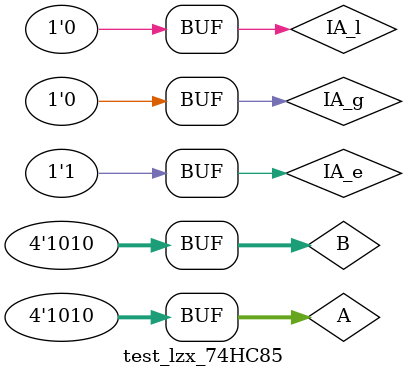
<source format=v>
module test_lzx_74HC85;
    reg  [3:0] A;
    reg  [3:0] B;
    reg  IA_g;
    reg  IA_e;
    reg  IA_l;
    wire QA_g;
    wire QA_e;
    wire QA_l;

    lzx_74HC85 u8(
        .A(A),          
        .B(B),          
        .IA_g(IA_g), 
        .IA_e(IA_e), 
        .IA_l(IA_l),
        .QA_g(QA_g), 
        .QA_e(QA_e), 
        .QA_l(QA_l)
    );

    initial begin
      
        IA_g = 1'b1; IA_e = 1'b0; IA_l = 1'b0;
        A = 4'b0000; 
        B = 4'b1111; 
        #20;
        
        IA_g = 1'b0; IA_e = 1'b0; IA_l = 1'b1;
        A = 4'b1111;  // A=15
        B = 4'b0000;  // B=0
        #20;

        IA_g = 1'b0; IA_e = 1'b1; IA_l = 1'b0;
        #20;

        A = 4'b1000;
        B = 4'b0111;
        #20;

        A = 4'b1100;
        B = 4'b1011;
        #20;

        A = 4'b1110;
        B = 4'b1101;
        #20;

        A = 4'b1111;
        B = 4'b1110;
        #20;

        A = 4'b0111;
        B = 4'b1000;
        #20;

        A = 4'b1110;
        B = 4'b1111;
        #20;

        A = 4'b1010;
        B = 4'b1010;
        #20;

    end
endmodule
</source>
